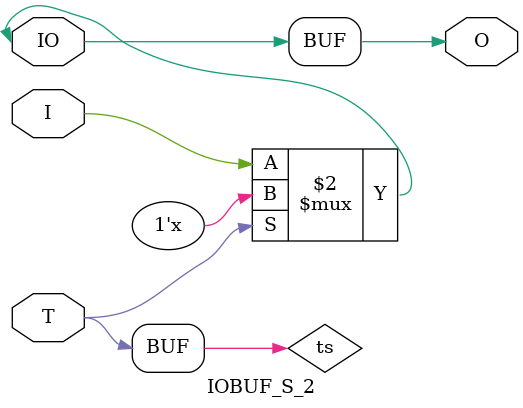
<source format=v>

/*

FUNCTION    : INPUT TRI-STATE OUTPUT BUFFER

*/

`celldefine
`timescale  100 ps / 10 ps

module IOBUF_S_2 (O, IO, I, T);

    output O;

    inout  IO;

    input  I, T;

    or O1 (ts, 1'b0, T);
    bufif0 T1 (IO, I, ts);

    buf B1 (O, IO);

endmodule

</source>
